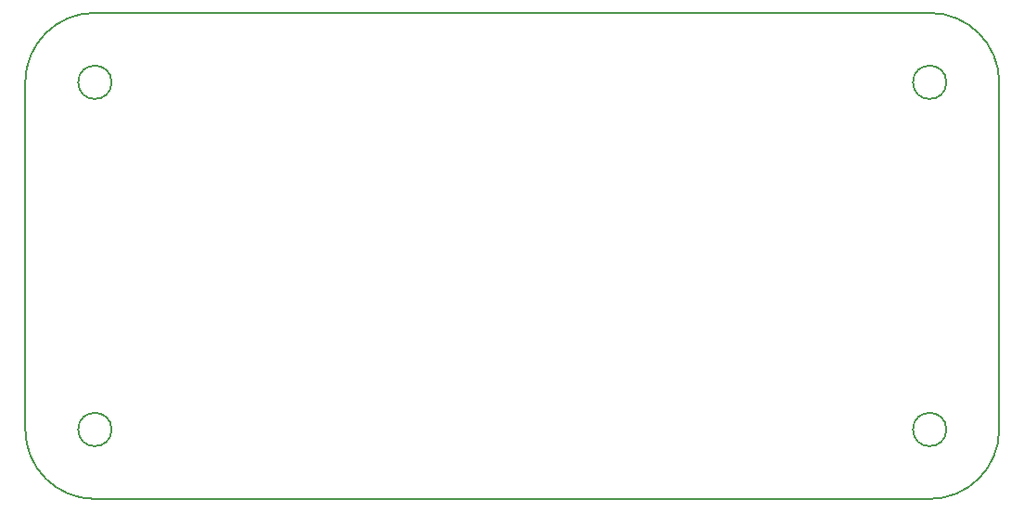
<source format=gm1>
G04 #@! TF.GenerationSoftware,KiCad,Pcbnew,(7.0.0)*
G04 #@! TF.CreationDate,2023-09-28T17:21:21-04:00*
G04 #@! TF.ProjectId,Brytec_InputModuleRev2,42727974-6563-45f4-996e-7075744d6f64,rev?*
G04 #@! TF.SameCoordinates,Original*
G04 #@! TF.FileFunction,Profile,NP*
%FSLAX46Y46*%
G04 Gerber Fmt 4.6, Leading zero omitted, Abs format (unit mm)*
G04 Created by KiCad (PCBNEW (7.0.0)) date 2023-09-28 17:21:21*
%MOMM*%
%LPD*%
G01*
G04 APERTURE LIST*
G04 #@! TA.AperFunction,Profile*
%ADD10C,0.160000*%
G04 #@! TD*
G04 APERTURE END LIST*
D10*
X82550000Y-134620000D02*
G75*
G03*
X88900000Y-140970000I6350000J0D01*
G01*
X82550000Y-134620000D02*
X82550000Y-102870000D01*
X166624000Y-134620000D02*
G75*
G03*
X166624000Y-134620000I-1524000J0D01*
G01*
X90424000Y-102870000D02*
G75*
G03*
X90424000Y-102870000I-1524000J0D01*
G01*
X171450000Y-102870000D02*
X171450000Y-134620000D01*
X90424000Y-134620000D02*
G75*
G03*
X90424000Y-134620000I-1524000J0D01*
G01*
X166624000Y-102870000D02*
G75*
G03*
X166624000Y-102870000I-1524000J0D01*
G01*
X88900000Y-96520000D02*
G75*
G03*
X82550000Y-102870000I0J-6350000D01*
G01*
X165100000Y-140970000D02*
X88900000Y-140970000D01*
X165100000Y-140970000D02*
G75*
G03*
X171450000Y-134620000I0J6350000D01*
G01*
X171450000Y-102870000D02*
G75*
G03*
X165100000Y-96520000I-6350000J0D01*
G01*
X88900000Y-96520000D02*
X165100000Y-96520000D01*
M02*

</source>
